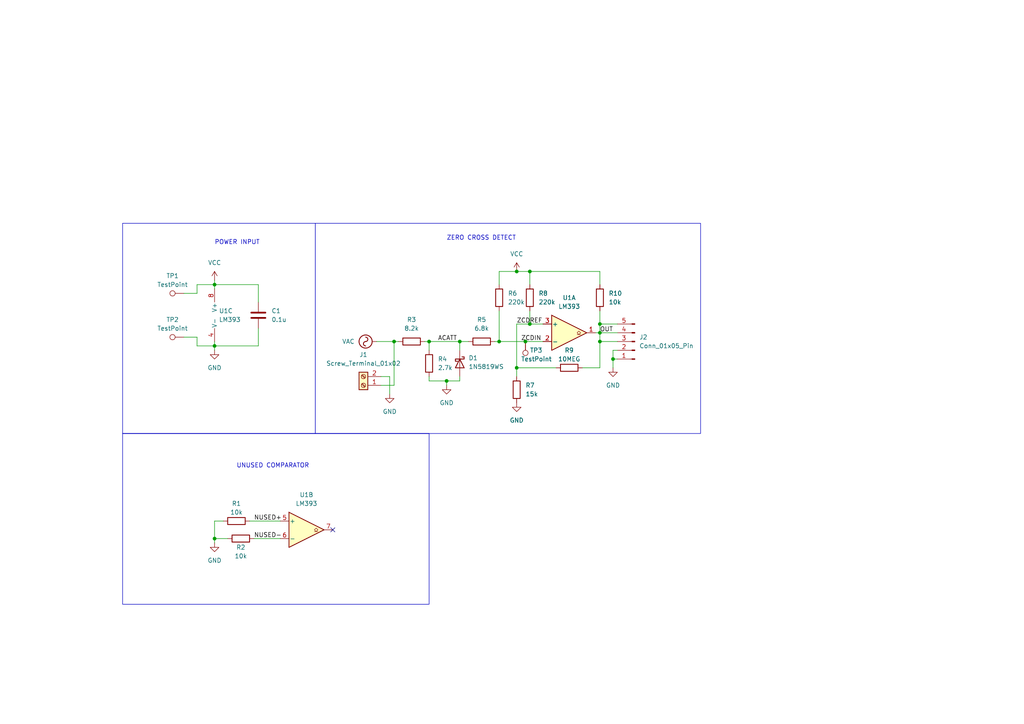
<source format=kicad_sch>
(kicad_sch (version 20230121) (generator eeschema)
  (paper "A4")
  (title_block (title "LM393 Zero Cross Detector"))
  (lib_symbols
    (symbol "Comparator:LM393" (pin_names (offset 0.127))
      (property "Reference" "U" (at 3.81 3.81 0))
      (property "Value" "LM393" (at 6.35 -3.81 0))
      (symbol "LM393_1_1"
        (polyline (pts (xy -5.08 5.08) (xy 5.08 0) (xy -5.08 -5.08) (xy -5.08 5.08)) (stroke (width 0.254)) (fill (type background)))
        (polyline (pts (xy 3.302 -0.508) (xy 2.794 -0.508) (xy 3.302 0) (xy 2.794 0.508) (xy 2.286 0) (xy 2.794 -0.508) (xy 2.286 -0.508)) (stroke (width 0.127)))
        (pin open_collector line (at 7.62 0 180) (length 2.54) (name "~") (number "1"))
        (pin input line (at -7.62 -2.54 0) (length 2.54) (name "-") (number "2"))
        (pin input line (at -7.62 2.54 0) (length 2.54) (name "+") (number "3"))
      )
      (symbol "LM393_2_1"
        (polyline (pts (xy -5.08 5.08) (xy 5.08 0) (xy -5.08 -5.08) (xy -5.08 5.08)) (stroke (width 0.254)) (fill (type background)))
        (polyline (pts (xy 3.302 -0.508) (xy 2.794 -0.508) (xy 3.302 0) (xy 2.794 0.508) (xy 2.286 0) (xy 2.794 -0.508) (xy 2.286 -0.508)) (stroke (width 0.127)))
        (pin input line (at -7.62 2.54 0) (length 2.54) (name "+") (number "5"))
        (pin input line (at -7.62 -2.54 0) (length 2.54) (name "-") (number "6"))
        (pin open_collector line (at 7.62 0 180) (length 2.54) (name "~") (number "7"))
      )
      (symbol "LM393_3_1"
        (pin power_in line (at -2.54 -7.62 90) (length 3.81) (name "V-") (number "4"))
        (pin power_in line (at -2.54 7.62 270) (length 3.81) (name "V+") (number "8"))
      )
    )
    (symbol "Connector:Conn_01x05_Pin" (pin_names (offset 1.016) hide)
      (property "Reference" "J" (at 0 7.62 0))
      (property "Value" "Conn_01x05_Pin" (at 0 -7.62 0))
      (symbol "Conn_01x05_Pin_1_1"
        (polyline (pts (xy 1.27 -5.08) (xy 0.8636 -5.08)) (stroke (width 0.1524)))
        (polyline (pts (xy 1.27 -2.54) (xy 0.8636 -2.54)) (stroke (width 0.1524)))
        (polyline (pts (xy 1.27 0) (xy 0.8636 0)) (stroke (width 0.1524)))
        (polyline (pts (xy 1.27 2.54) (xy 0.8636 2.54)) (stroke (width 0.1524)))
        (polyline (pts (xy 1.27 5.08) (xy 0.8636 5.08)) (stroke (width 0.1524)))
        (rectangle (start 0.8636 -4.953) (end 0 -5.207) (stroke (width 0.1524)) (fill (type outline)))
        (rectangle (start 0.8636 -2.413) (end 0 -2.667) (stroke (width 0.1524)) (fill (type outline)))
        (rectangle (start 0.8636 0.127) (end 0 -0.127) (stroke (width 0.1524)) (fill (type outline)))
        (rectangle (start 0.8636 2.667) (end 0 2.413) (stroke (width 0.1524)) (fill (type outline)))
        (rectangle (start 0.8636 5.207) (end 0 4.953) (stroke (width 0.1524)) (fill (type outline)))
        (pin passive line (at 5.08 5.08 180) (length 3.81) (name "Pin_1") (number "1"))
        (pin passive line (at 5.08 2.54 180) (length 3.81) (name "Pin_2") (number "2"))
        (pin passive line (at 5.08 0 180) (length 3.81) (name "Pin_3") (number "3"))
        (pin passive line (at 5.08 -2.54 180) (length 3.81) (name "Pin_4") (number "4"))
        (pin passive line (at 5.08 -5.08 180) (length 3.81) (name "Pin_5") (number "5"))
      )
    )
    (symbol "Connector:Screw_Terminal_01x02" (pin_names (offset 1.016) hide)
      (property "Reference" "J" (at 0 2.54 0))
      (property "Value" "Screw_Terminal_01x02" (at 0 -5.08 0))
      (symbol "Screw_Terminal_01x02_1_1"
        (rectangle (start -1.27 1.27) (end 1.27 -3.81) (stroke (width 0.254)) (fill (type background)))
        (circle (center 0 -2.54) (radius 0.635) (stroke (width 0.1524)))
        (polyline (pts (xy -0.5334 -2.2098) (xy 0.3302 -3.048)) (stroke (width 0.1524)))
        (polyline (pts (xy -0.5334 0.3302) (xy 0.3302 -0.508)) (stroke (width 0.1524)))
        (polyline (pts (xy -0.3556 -2.032) (xy 0.508 -2.8702)) (stroke (width 0.1524)))
        (polyline (pts (xy -0.3556 0.508) (xy 0.508 -0.3302)) (stroke (width 0.1524)))
        (circle (center 0 0) (radius 0.635) (stroke (width 0.1524)))
        (pin passive line (at -5.08 0 0) (length 3.81) (name "Pin_1") (number "1"))
        (pin passive line (at -5.08 -2.54 0) (length 3.81) (name "Pin_2") (number "2"))
      )
    )
    (symbol "Connector:TestPoint" (pin_numbers hide) (pin_names (offset 0.762) hide)
      (property "Reference" "TP" (at 0 6.858 0))
      (property "Value" "TestPoint" (at 0 5.08 0))
      (symbol "TestPoint_0_1"
        (circle (center 0 3.302) (radius 0.762))
      )
      (symbol "TestPoint_1_1"
        (pin passive line (at 0 0 90) (length 2.54) (name "1") (number "1"))
      )
    )
    (symbol "Device:C" (pin_numbers hide) (pin_names (offset 0.254))
      (property "Reference" "C" (at 0.635 2.54 0))
      (property "Value" "C" (at 0.635 -2.54 0))
      (symbol "C_0_1"
        (polyline (pts (xy -2.032 -0.762) (xy 2.032 -0.762)) (stroke (width 0.508)))
        (polyline (pts (xy -2.032 0.762) (xy 2.032 0.762)) (stroke (width 0.508)))
      )
      (symbol "C_1_1"
        (pin passive line (at 0 3.81 270) (length 2.794) (name "~") (number "1"))
        (pin passive line (at 0 -3.81 90) (length 2.794) (name "~") (number "2"))
      )
    )
    (symbol "Device:R" (pin_numbers hide) (pin_names (offset 0))
      (property "Reference" "R" (at 2.032 0 90))
      (property "Value" "R" (at 0 0 90))
      (symbol "R_0_1"
        (rectangle (start -1.016 -2.54) (end 1.016 2.54) (stroke (width 0.254)))
      )
      (symbol "R_1_1"
        (pin passive line (at 0 3.81 270) (length 1.27) (name "~") (number "1"))
        (pin passive line (at 0 -3.81 90) (length 1.27) (name "~") (number "2"))
      )
    )
    (symbol "Diode:1N5819WS" (pin_numbers hide) (pin_names (offset 1.016) hide)
      (property "Reference" "D" (at 0 2.54 0))
      (property "Value" "1N5819WS" (at 0 -2.54 0))
      (symbol "1N5819WS_0_1"
        (polyline (pts (xy 1.27 0) (xy -1.27 0)))
        (polyline (pts (xy 1.27 1.27) (xy 1.27 -1.27) (xy -1.27 0) (xy 1.27 1.27)) (stroke (width 0.254)))
        (polyline (pts (xy -1.905 0.635) (xy -1.905 1.27) (xy -1.27 1.27) (xy -1.27 -1.27) (xy -0.635 -1.27) (xy -0.635 -0.635)) (stroke (width 0.254)))
      )
      (symbol "1N5819WS_1_1"
        (pin passive line (at -3.81 0 0) (length 2.54) (name "K") (number "1"))
        (pin passive line (at 3.81 0 180) (length 2.54) (name "A") (number "2"))
      )
    )
    (symbol "power:GND" (power) (pin_names (offset 0))
      (property "Value" "GND" (at 0 -3.81 0))
      (symbol "GND_0_1"
        (polyline (pts (xy 0 0) (xy 0 -1.27) (xy 1.27 -1.27) (xy 0 -2.54) (xy -1.27 -1.27) (xy 0 -1.27)))
      )
      (symbol "GND_1_1"
        (pin power_in line (at 0 0 270) (length 0) hide (name "GND") (number "1"))
      )
    )
    (symbol "power:VAC" (power) (pin_names (offset 0))
      (property "Value" "VAC" (at 0 6.35 0))
      (symbol "VAC_0_1"
        (polyline (pts (xy 0 0) (xy 0 1.27)))
        (arc (start 0 3.175) (mid -0.635 3.8073) (end -1.27 3.175) (stroke (width 0.254)))
        (arc (start 0 3.175) (mid 0.635 2.5427) (end 1.27 3.175) (stroke (width 0.254)))
        (circle (center 0 3.175) (radius 1.905) (stroke (width 0.254)))
      )
      (symbol "VAC_1_1"
        (pin power_in line (at 0 0 90) (length 0) hide (name "VAC") (number "1"))
      )
    )
    (symbol "power:VCC" (power) (pin_names (offset 0))
      (property "Value" "VCC" (at 0 3.81 0))
      (symbol "VCC_0_1"
        (polyline (pts (xy -0.762 1.27) (xy 0 2.54)))
        (polyline (pts (xy 0 0) (xy 0 2.54)))
        (polyline (pts (xy 0 2.54) (xy 0.762 1.27)))
      )
      (symbol "VCC_1_1"
        (pin power_in line (at 0 0 90) (length 0) hide (name "VCC") (number "1"))
      )
    )
  )
  (junction (at 153.67 93.98))
  (junction (at 133.35 99.06))
  (junction (at 173.99 93.98))
  (junction (at 149.86 106.68))
  (junction (at 114.3 99.06))
  (junction (at 173.99 99.06))
  (junction (at 62.23 82.55))
  (junction (at 124.46 99.06))
  (junction (at 149.86 78.74))
  (junction (at 152.4 99.06))
  (junction (at 144.78 99.06))
  (junction (at 129.54 110.49))
  (junction (at 62.23 156.21))
  (junction (at 173.99 96.52))
  (junction (at 62.23 100.33))
  (junction (at 177.8 104.14))
  (junction (at 153.67 78.74))
  (no_connect (at 96.52 153.67))
  (wire (pts (xy 74.93 95.25) (xy 74.93 100.33)))
  (wire (pts (xy 173.99 90.17) (xy 173.99 93.98)))
  (wire (pts (xy 124.46 110.49) (xy 129.54 110.49)))
  (wire (pts (xy 153.67 78.74) (xy 173.99 78.74)))
  (wire (pts (xy 153.67 93.98) (xy 157.48 93.98)))
  (wire (pts (xy 62.23 156.21) (xy 62.23 157.48)))
  (wire (pts (xy 113.03 109.22) (xy 110.49 109.22)))
  (wire (pts (xy 149.86 106.68) (xy 161.29 106.68)))
  (wire (pts (xy 173.99 93.98) (xy 173.99 96.52)))
  (wire (pts (xy 152.4 99.06) (xy 157.48 99.06)))
  (wire (pts (xy 177.8 101.6) (xy 177.8 104.14)))
  (wire (pts (xy 177.8 106.68) (xy 177.8 104.14)))
  (wire (pts (xy 129.54 110.49) (xy 129.54 111.76)))
  (wire (pts (xy 133.35 101.6) (xy 133.35 99.06)))
  (wire (pts (xy 149.86 78.74) (xy 153.67 78.74)))
  (wire (pts (xy 53.34 97.79) (xy 57.15 97.79)))
  (wire (pts (xy 144.78 90.17) (xy 144.78 99.06)))
  (wire (pts (xy 62.23 100.33) (xy 62.23 101.6)))
  (wire (pts (xy 57.15 85.09) (xy 57.15 82.55)))
  (wire (pts (xy 57.15 100.33) (xy 62.23 100.33)))
  (wire (pts (xy 143.51 99.06) (xy 144.78 99.06)))
  (wire (pts (xy 57.15 97.79) (xy 57.15 100.33)))
  (wire (pts (xy 62.23 82.55) (xy 62.23 83.82)))
  (wire (pts (xy 179.07 101.6) (xy 177.8 101.6)))
  (wire (pts (xy 149.86 93.98) (xy 153.67 93.98)))
  (wire (pts (xy 114.3 99.06) (xy 114.3 111.76)))
  (wire (pts (xy 173.99 99.06) (xy 173.99 96.52)))
  (wire (pts (xy 144.78 82.55) (xy 144.78 78.74)))
  (wire (pts (xy 113.03 114.3) (xy 113.03 109.22)))
  (wire (pts (xy 173.99 96.52) (xy 179.07 96.52)))
  (wire (pts (xy 62.23 81.28) (xy 62.23 82.55)))
  (wire (pts (xy 62.23 151.13) (xy 62.23 156.21)))
  (wire (pts (xy 133.35 99.06) (xy 135.89 99.06)))
  (wire (pts (xy 149.86 106.68) (xy 149.86 93.98)))
  (wire (pts (xy 110.49 111.76) (xy 114.3 111.76)))
  (wire (pts (xy 173.99 93.98) (xy 179.07 93.98)))
  (wire (pts (xy 53.34 85.09) (xy 57.15 85.09)))
  (wire (pts (xy 62.23 82.55) (xy 74.93 82.55)))
  (wire (pts (xy 62.23 99.06) (xy 62.23 100.33)))
  (wire (pts (xy 177.8 104.14) (xy 179.07 104.14)))
  (wire (pts (xy 62.23 100.33) (xy 74.93 100.33)))
  (wire (pts (xy 124.46 99.06) (xy 133.35 99.06)))
  (wire (pts (xy 153.67 82.55) (xy 153.67 78.74)))
  (wire (pts (xy 149.86 109.22) (xy 149.86 106.68)))
  (wire (pts (xy 153.67 90.17) (xy 153.67 93.98)))
  (wire (pts (xy 66.04 156.21) (xy 62.23 156.21)))
  (wire (pts (xy 74.93 82.55) (xy 74.93 87.63)))
  (wire (pts (xy 73.66 156.21) (xy 81.28 156.21)))
  (wire (pts (xy 173.99 82.55) (xy 173.99 78.74)))
  (wire (pts (xy 115.57 99.06) (xy 114.3 99.06)))
  (wire (pts (xy 64.77 151.13) (xy 62.23 151.13)))
  (wire (pts (xy 124.46 109.22) (xy 124.46 110.49)))
  (wire (pts (xy 124.46 101.6) (xy 124.46 99.06)))
  (wire (pts (xy 173.99 99.06) (xy 179.07 99.06)))
  (wire (pts (xy 173.99 96.52) (xy 172.72 96.52)))
  (wire (pts (xy 144.78 99.06) (xy 152.4 99.06)))
  (wire (pts (xy 109.22 99.06) (xy 114.3 99.06)))
  (wire (pts (xy 144.78 78.74) (xy 149.86 78.74)))
  (wire (pts (xy 129.54 110.49) (xy 133.35 110.49)))
  (wire (pts (xy 168.91 106.68) (xy 173.99 106.68)))
  (wire (pts (xy 123.19 99.06) (xy 124.46 99.06)))
  (wire (pts (xy 72.39 151.13) (xy 81.28 151.13)))
  (wire (pts (xy 173.99 106.68) (xy 173.99 99.06)))
  (wire (pts (xy 133.35 109.22) (xy 133.35 110.49)))
  (wire (pts (xy 57.15 82.55) (xy 62.23 82.55)))
  (rectangle (start 91.44 64.77) (end 203.2 125.73))
  (rectangle (start 35.56 125.73) (end 124.46 175.26))
  (rectangle (start 35.56 64.77) (end 91.44 125.73))
  (text "POWER INPUT" (at 62.23 71.12 0) (effects (font (size 1.27 1.27)) (justify left bottom)))
  (text "ZERO CROSS DETECT" (at 129.54 69.85 0) (effects (font (size 1.27 1.27)) (justify left bottom)))
  (text "UNUSED COMPARATOR" (at 68.58 135.89 0) (effects (font (size 1.27 1.27)) (justify left bottom)))
  (label "ZCDIN" (at 151.13 99.06 0))
  (label "OUT" (at 173.99 96.52 0))
  (label "NUSED+" (at 73.66 151.13 0))
  (label "ACATT" (at 127 99.06 0))
  (label "NUSED-" (at 73.66 156.21 0))
  (label "ZCDREF" (at 149.86 93.98 0))
  (symbol (lib_id "Comparator:LM393") (at 165.1 96.52 0) (unit 1)
    (property "Reference" "U1" (at 165.1 86.36 0))
    (property "Value" "LM393" (at 165.1 88.9 0))
    (property "Footprint" "Package_SO:SOIC-8_3.9x4.9mm_P1.27mm" (effects hide))
    (property "Datasheet" "http://www.ti.com/lit/ds/symlink/lm393.pdf" (effects hide))
  )
  (symbol (lib_id "Comparator:LM393") (at 88.9 153.67 0) (unit 2)
    (property "Reference" "U1" (at 88.9 143.51 0))
    (property "Value" "LM393" (at 88.9 146.05 0))
    (property "Datasheet" "http://www.ti.com/lit/ds/symlink/lm393.pdf" (effects hide))
  )
  (symbol (lib_id "Connector:Screw_Terminal_01x02") (at 105.41 111.76 180) (unit 1)
    (property "Reference" "J1" (at 105.41 102.87 0))
    (property "Value" "Screw_Terminal_01x02" (at 105.41 105.41 0))
    (property "Footprint" "pcrap:KF7.62" (effects hide))
  )
  (symbol (lib_id "Connector:TestPoint") (at 152.4 99.06 180) (unit 1)
    (property "Reference" "TP3" (at 153.67 101.6 0) (effects (justify right)))
    (property "Value" "TestPoint" (at 151.13 104.14 0) (effects (justify right)))
    (property "Footprint" "TestPoint:TestPoint_Pad_D1.0mm" (effects hide))
  )
  (symbol (lib_id "power:VCC") (at 62.23 81.28 0) (unit 1)
    (property "Reference" "#PWR01" (effects hide))
    (property "Value" "VCC" (at 62.23 76.2 0))
  )
  (symbol (lib_id "power:VCC") (at 149.86 78.74 0) (unit 1)
    (property "Reference" "#PWR07" (effects hide))
    (property "Value" "VCC" (at 149.86 73.66 0))
  )
  (symbol (lib_id "Connector:TestPoint") (at 53.34 97.79 90) (unit 1)
    (property "Reference" "TP2" (at 50.038 92.71 90))
    (property "Value" "TestPoint" (at 50.038 95.25 90))
    (property "Footprint" "pcrap:TestPoint_THTPad_4.0x2.0mm" (effects hide))
  )
  (symbol (lib_id "power:VAC") (at 109.22 99.06 90) (unit 1)
    (property "Reference" "#PWR04" (effects hide))
    (property "Value" "VAC" (at 102.87 99.06 90) (effects (justify left)))
  )
  (symbol (lib_id "Device:R") (at 153.67 86.36 0) (unit 1)
    (property "Reference" "R8" (at 156.21 85.09 0) (effects (justify left)))
    (property "Value" "220k" (at 156.21 87.63 0) (effects (justify left)))
    (property "Footprint" "Resistor_SMD:R_0603_1608Metric" (effects hide))
  )
  (symbol (lib_id "Device:R") (at 149.86 113.03 0) (unit 1)
    (property "Reference" "R7" (at 152.4 111.76 0) (effects (justify left)))
    (property "Value" "15k" (at 152.4 114.3 0) (effects (justify left)))
    (property "Footprint" "Resistor_SMD:R_0603_1608Metric" (effects hide))
  )
  (symbol (lib_id "Connector:Conn_01x05_Pin") (at 184.15 99.06 180) (unit 1)
    (property "Reference" "J2" (at 185.42 97.79 0) (effects (justify right)))
    (property "Value" "Conn_01x05_Pin" (at 185.42 100.33 0) (effects (justify right)))
    (property "Footprint" "Connector_PinHeader_2.54mm:PinHeader_1x05_P2.54mm_Vertical" (effects hide))
  )
  (symbol (lib_id "Device:R") (at 124.46 105.41 0) (unit 1)
    (property "Reference" "R4" (at 127 104.14 0) (effects (justify left)))
    (property "Value" "2.7k" (at 127 106.68 0) (effects (justify left)))
    (property "Footprint" "Resistor_SMD:R_0603_1608Metric" (effects hide))
  )
  (symbol (lib_id "Comparator:LM393") (at 64.77 91.44 0) (unit 3)
    (property "Reference" "U1" (at 63.5 90.17 0) (effects (justify left)))
    (property "Value" "LM393" (at 63.5 92.71 0) (effects (justify left)))
    (property "Datasheet" "http://www.ti.com/lit/ds/symlink/lm393.pdf" (effects hide))
  )
  (symbol (lib_id "Device:R") (at 68.58 151.13 90) (unit 1)
    (property "Reference" "R1" (at 68.58 146.05 90))
    (property "Value" "10k" (at 68.58 148.59 90))
    (property "Footprint" "Resistor_SMD:R_0603_1608Metric" (effects hide))
  )
  (symbol (lib_id "Device:R") (at 144.78 86.36 0) (unit 1)
    (property "Reference" "R6" (at 147.32 85.09 0) (effects (justify left)))
    (property "Value" "220k" (at 147.32 87.63 0) (effects (justify left)))
    (property "Footprint" "Resistor_SMD:R_0603_1608Metric" (effects hide))
  )
  (symbol (lib_id "power:GND") (at 62.23 157.48 0) (unit 1)
    (property "Reference" "#PWR03" (effects hide))
    (property "Value" "GND" (at 62.23 162.56 0))
  )
  (symbol (lib_id "power:GND") (at 177.8 106.68 0) (unit 1)
    (property "Reference" "#PWR09" (effects hide))
    (property "Value" "GND" (at 177.8 111.76 0))
  )
  (symbol (lib_id "Device:R") (at 165.1 106.68 90) (unit 1)
    (property "Reference" "R9" (at 165.1 101.6 90))
    (property "Value" "10MEG" (at 165.1 104.14 90))
    (property "Footprint" "Resistor_SMD:R_0603_1608Metric" (effects hide))
  )
  (symbol (lib_id "power:GND") (at 129.54 111.76 0) (unit 1)
    (property "Reference" "#PWR06" (effects hide))
    (property "Value" "GND" (at 129.54 116.84 0))
  )
  (symbol (lib_id "power:GND") (at 62.23 101.6 0) (unit 1)
    (property "Reference" "#PWR02" (effects hide))
    (property "Value" "GND" (at 62.23 106.68 0))
  )
  (symbol (lib_id "Device:R") (at 119.38 99.06 90) (unit 1)
    (property "Reference" "R3" (at 119.38 92.71 90))
    (property "Value" "8.2k" (at 119.38 95.25 90))
    (property "Footprint" "Resistor_SMD:R_0603_1608Metric" (effects hide))
  )
  (symbol (lib_id "Connector:TestPoint") (at 53.34 85.09 90) (unit 1)
    (property "Reference" "TP1" (at 50.038 80.01 90))
    (property "Value" "TestPoint" (at 50.038 82.55 90))
    (property "Footprint" "pcrap:TestPoint_THTPad_4.0x2.0mm" (effects hide))
  )
  (symbol (lib_id "Device:R") (at 173.99 86.36 0) (unit 1)
    (property "Reference" "R10" (at 176.53 85.09 0) (effects (justify left)))
    (property "Value" "10k" (at 176.53 87.63 0) (effects (justify left)))
    (property "Footprint" "Resistor_SMD:R_0603_1608Metric" (effects hide))
  )
  (symbol (lib_id "Device:C") (at 74.93 91.44 0) (unit 1)
    (property "Reference" "C1" (at 78.74 90.17 0) (effects (justify left)))
    (property "Value" "0.1u" (at 78.74 92.71 0) (effects (justify left)))
    (property "Footprint" "Capacitor_SMD:C_0805_2012Metric" (effects hide))
  )
  (symbol (lib_id "Device:R") (at 69.85 156.21 90) (unit 1)
    (property "Reference" "R2" (at 69.85 158.75 90))
    (property "Value" "10k" (at 69.85 161.29 90))
    (property "Footprint" "Resistor_SMD:R_0603_1608Metric" (effects hide))
  )
  (symbol (lib_id "power:GND") (at 113.03 114.3 0) (unit 1)
    (property "Reference" "#PWR05" (effects hide))
    (property "Value" "GND" (at 113.03 119.38 0))
  )
  (symbol (lib_id "power:GND") (at 149.86 116.84 0) (unit 1)
    (property "Reference" "#PWR08" (effects hide))
    (property "Value" "GND" (at 149.86 121.92 0))
  )
  (symbol (lib_id "Diode:1N5819WS") (at 133.35 105.41 270) (unit 1)
    (property "Reference" "D1" (at 135.89 103.8225 90) (effects (justify left)))
    (property "Value" "1N5819WS" (at 135.89 106.3625 90) (effects (justify left)))
    (property "Footprint" "Diode_SMD:D_SOD-123" (effects hide))
    (property "Datasheet" "https://datasheet.lcsc.com/lcsc/2204281430_Guangdong-Hottech-1N5819WS_C191023.pdf" (effects hide))
  )
  (symbol (lib_id "Device:R") (at 139.7 99.06 90) (unit 1)
    (property "Reference" "R5" (at 139.7 92.71 90))
    (property "Value" "6.8k" (at 139.7 95.25 90))
    (property "Footprint" "Resistor_SMD:R_0603_1608Metric" (effects hide))
  )
)
</source>
